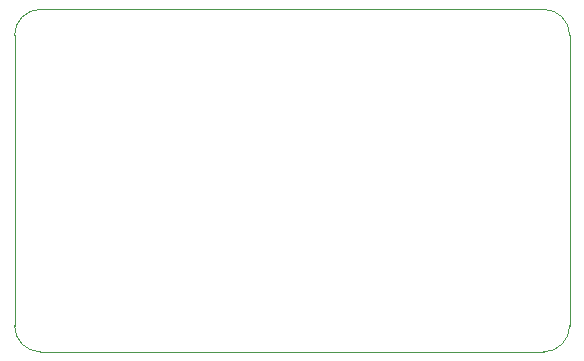
<source format=gbr>
%TF.GenerationSoftware,KiCad,Pcbnew,7.0.7*%
%TF.CreationDate,2023-10-31T21:22:21-06:00*%
%TF.ProjectId,hex-display,6865782d-6469-4737-906c-61792e6b6963,rev?*%
%TF.SameCoordinates,Original*%
%TF.FileFunction,Profile,NP*%
%FSLAX46Y46*%
G04 Gerber Fmt 4.6, Leading zero omitted, Abs format (unit mm)*
G04 Created by KiCad (PCBNEW 7.0.7) date 2023-10-31 21:22:21*
%MOMM*%
%LPD*%
G01*
G04 APERTURE LIST*
%TA.AperFunction,Profile*%
%ADD10C,0.100000*%
%TD*%
G04 APERTURE END LIST*
D10*
X122200000Y-75000000D02*
X164800000Y-75000000D01*
X120000000Y-101800000D02*
X120000000Y-77200000D01*
X164800000Y-104000000D02*
X122200000Y-104000000D01*
X167000000Y-77200000D02*
X167000000Y-101800000D01*
X167000000Y-77200000D02*
G75*
G03*
X164800000Y-75000000I-2200000J0D01*
G01*
X164800000Y-104000000D02*
G75*
G03*
X167000000Y-101800000I0J2200000D01*
G01*
X120000000Y-101800000D02*
G75*
G03*
X122200000Y-104000000I2200000J0D01*
G01*
X122200000Y-75000000D02*
G75*
G03*
X120000000Y-77200000I0J-2200000D01*
G01*
M02*

</source>
